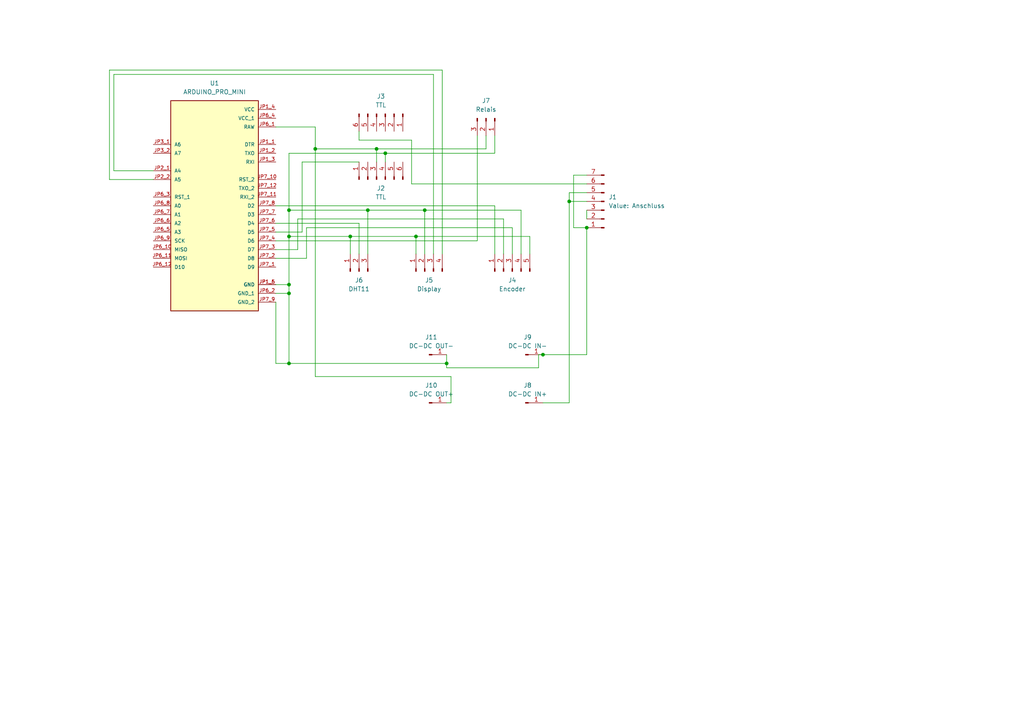
<source format=kicad_sch>
(kicad_sch (version 20231120) (generator "eeschema") (generator_version "8.0")
  (paper "A4")
  (lib_symbols
    (symbol "ARDUINO_PRO_MINI:ARDUINO_PRO_MINI" (pin_names (offset 1.016))
      (property "Reference" "U" (at -12.7 31.75 0))
      (property "Value" "ARDUINO_PRO_MINI" (at -12.7 -33.02 0))
      (symbol "ARDUINO_PRO_MINI_0_0"
        (rectangle (start -12.7 -30.48) (end 12.7 30.48) (stroke (width 0.254)) (fill (type background)))
        (pin input line (at 17.78 17.78 180) (length 5.08) (name "DTR") (number "JP1_1"))
        (pin bidirectional line (at 17.78 15.24 180) (length 5.08) (name "TXO") (number "JP1_2"))
        (pin bidirectional line (at 17.78 12.7 180) (length 5.08) (name "RXI") (number "JP1_3"))
        (pin power_in line (at 17.78 27.94 180) (length 5.08) (name "VCC") (number "JP1_4"))
        (pin power_in line (at 17.78 -22.86 180) (length 5.08) (name "GND") (number "JP1_5"))
        (pin power_in line (at 17.78 -22.86 180) (length 5.08) (name "GND") (number "JP1_6"))
        (pin bidirectional line (at -17.78 10.16 0) (length 5.08) (name "A4") (number "JP2_1"))
        (pin bidirectional line (at -17.78 7.62 0) (length 5.08) (name "A5") (number "JP2_2"))
        (pin input line (at -17.78 17.78 0) (length 5.08) (name "A6") (number "JP3_1"))
        (pin input line (at -17.78 15.24 0) (length 5.08) (name "A7") (number "JP3_2"))
        (pin power_in line (at 17.78 22.86 180) (length 5.08) (name "RAW") (number "JP6_1"))
        (pin bidirectional line (at -17.78 -12.7 0) (length 5.08) (name "MISO") (number "JP6_10"))
        (pin bidirectional line (at -17.78 -15.24 0) (length 5.08) (name "MOSI") (number "JP6_11"))
        (pin bidirectional line (at -17.78 -17.78 0) (length 5.08) (name "D10") (number "JP6_12"))
        (pin power_in line (at 17.78 -25.4 180) (length 5.08) (name "GND_1") (number "JP6_2"))
        (pin input line (at -17.78 2.54 0) (length 5.08) (name "RST_1") (number "JP6_3"))
        (pin power_in line (at 17.78 25.4 180) (length 5.08) (name "VCC_1") (number "JP6_4"))
        (pin bidirectional line (at -17.78 -7.62 0) (length 5.08) (name "A3") (number "JP6_5"))
        (pin bidirectional line (at -17.78 -5.08 0) (length 5.08) (name "A2") (number "JP6_6"))
        (pin bidirectional line (at -17.78 -2.54 0) (length 5.08) (name "A1") (number "JP6_7"))
        (pin bidirectional line (at -17.78 0 0) (length 5.08) (name "A0") (number "JP6_8"))
        (pin bidirectional line (at -17.78 -10.16 0) (length 5.08) (name "SCK") (number "JP6_9"))
        (pin bidirectional line (at 17.78 -17.78 180) (length 5.08) (name "D9") (number "JP7_1"))
        (pin input line (at 17.78 7.62 180) (length 5.08) (name "RST_2") (number "JP7_10"))
        (pin bidirectional line (at 17.78 2.54 180) (length 5.08) (name "RXI_2") (number "JP7_11"))
        (pin bidirectional line (at 17.78 5.08 180) (length 5.08) (name "TXO_2") (number "JP7_12"))
        (pin bidirectional line (at 17.78 -15.24 180) (length 5.08) (name "D8") (number "JP7_2"))
        (pin bidirectional line (at 17.78 -12.7 180) (length 5.08) (name "D7") (number "JP7_3"))
        (pin bidirectional line (at 17.78 -10.16 180) (length 5.08) (name "D6") (number "JP7_4"))
        (pin bidirectional line (at 17.78 -7.62 180) (length 5.08) (name "D5") (number "JP7_5"))
        (pin bidirectional line (at 17.78 -5.08 180) (length 5.08) (name "D4") (number "JP7_6"))
        (pin bidirectional line (at 17.78 -2.54 180) (length 5.08) (name "D3") (number "JP7_7"))
        (pin bidirectional line (at 17.78 0 180) (length 5.08) (name "D2") (number "JP7_8"))
        (pin power_in line (at 17.78 -27.94 180) (length 5.08) (name "GND_2") (number "JP7_9"))
      )
    )
    (symbol "Connector:Conn_01x01_Pin" (pin_names (offset 1.016) hide)
      (property "Reference" "J" (at 0 2.54 0))
      (property "Value" "Conn_01x01_Pin" (at 0 -2.54 0))
      (symbol "Conn_01x01_Pin_1_1"
        (polyline (pts (xy 1.27 0) (xy 0.8636 0)) (stroke (width 0.1524)))
        (rectangle (start 0.8636 0.127) (end 0 -0.127) (stroke (width 0.1524)) (fill (type outline)))
        (pin passive line (at 5.08 0 180) (length 3.81) (name "Pin_1") (number "1"))
      )
    )
    (symbol "Connector:Conn_01x03_Pin" (pin_names (offset 1.016) hide)
      (property "Reference" "J" (at 0 5.08 0))
      (property "Value" "Conn_01x03_Pin" (at 0 -5.08 0))
      (symbol "Conn_01x03_Pin_1_1"
        (polyline (pts (xy 1.27 -2.54) (xy 0.8636 -2.54)) (stroke (width 0.1524)))
        (polyline (pts (xy 1.27 0) (xy 0.8636 0)) (stroke (width 0.1524)))
        (polyline (pts (xy 1.27 2.54) (xy 0.8636 2.54)) (stroke (width 0.1524)))
        (rectangle (start 0.8636 -2.413) (end 0 -2.667) (stroke (width 0.1524)) (fill (type outline)))
        (rectangle (start 0.8636 0.127) (end 0 -0.127) (stroke (width 0.1524)) (fill (type outline)))
        (rectangle (start 0.8636 2.667) (end 0 2.413) (stroke (width 0.1524)) (fill (type outline)))
        (pin passive line (at 5.08 2.54 180) (length 3.81) (name "Pin_1") (number "1"))
        (pin passive line (at 5.08 0 180) (length 3.81) (name "Pin_2") (number "2"))
        (pin passive line (at 5.08 -2.54 180) (length 3.81) (name "Pin_3") (number "3"))
      )
    )
    (symbol "Connector:Conn_01x04_Pin" (pin_names (offset 1.016) hide)
      (property "Reference" "J" (at 0 5.08 0))
      (property "Value" "Conn_01x04_Pin" (at 0 -7.62 0))
      (symbol "Conn_01x04_Pin_1_1"
        (polyline (pts (xy 1.27 -5.08) (xy 0.8636 -5.08)) (stroke (width 0.1524)))
        (polyline (pts (xy 1.27 -2.54) (xy 0.8636 -2.54)) (stroke (width 0.1524)))
        (polyline (pts (xy 1.27 0) (xy 0.8636 0)) (stroke (width 0.1524)))
        (polyline (pts (xy 1.27 2.54) (xy 0.8636 2.54)) (stroke (width 0.1524)))
        (rectangle (start 0.8636 -4.953) (end 0 -5.207) (stroke (width 0.1524)) (fill (type outline)))
        (rectangle (start 0.8636 -2.413) (end 0 -2.667) (stroke (width 0.1524)) (fill (type outline)))
        (rectangle (start 0.8636 0.127) (end 0 -0.127) (stroke (width 0.1524)) (fill (type outline)))
        (rectangle (start 0.8636 2.667) (end 0 2.413) (stroke (width 0.1524)) (fill (type outline)))
        (pin passive line (at 5.08 2.54 180) (length 3.81) (name "Pin_1") (number "1"))
        (pin passive line (at 5.08 0 180) (length 3.81) (name "Pin_2") (number "2"))
        (pin passive line (at 5.08 -2.54 180) (length 3.81) (name "Pin_3") (number "3"))
        (pin passive line (at 5.08 -5.08 180) (length 3.81) (name "Pin_4") (number "4"))
      )
    )
    (symbol "Connector:Conn_01x05_Pin" (pin_names (offset 1.016) hide)
      (property "Reference" "J" (at 0 7.62 0))
      (property "Value" "Conn_01x05_Pin" (at 0 -7.62 0))
      (symbol "Conn_01x05_Pin_1_1"
        (polyline (pts (xy 1.27 -5.08) (xy 0.8636 -5.08)) (stroke (width 0.1524)))
        (polyline (pts (xy 1.27 -2.54) (xy 0.8636 -2.54)) (stroke (width 0.1524)))
        (polyline (pts (xy 1.27 0) (xy 0.8636 0)) (stroke (width 0.1524)))
        (polyline (pts (xy 1.27 2.54) (xy 0.8636 2.54)) (stroke (width 0.1524)))
        (polyline (pts (xy 1.27 5.08) (xy 0.8636 5.08)) (stroke (width 0.1524)))
        (rectangle (start 0.8636 -4.953) (end 0 -5.207) (stroke (width 0.1524)) (fill (type outline)))
        (rectangle (start 0.8636 -2.413) (end 0 -2.667) (stroke (width 0.1524)) (fill (type outline)))
        (rectangle (start 0.8636 0.127) (end 0 -0.127) (stroke (width 0.1524)) (fill (type outline)))
        (rectangle (start 0.8636 2.667) (end 0 2.413) (stroke (width 0.1524)) (fill (type outline)))
        (rectangle (start 0.8636 5.207) (end 0 4.953) (stroke (width 0.1524)) (fill (type outline)))
        (pin passive line (at 5.08 5.08 180) (length 3.81) (name "Pin_1") (number "1"))
        (pin passive line (at 5.08 2.54 180) (length 3.81) (name "Pin_2") (number "2"))
        (pin passive line (at 5.08 0 180) (length 3.81) (name "Pin_3") (number "3"))
        (pin passive line (at 5.08 -2.54 180) (length 3.81) (name "Pin_4") (number "4"))
        (pin passive line (at 5.08 -5.08 180) (length 3.81) (name "Pin_5") (number "5"))
      )
    )
    (symbol "Connector:Conn_01x06_Pin" (pin_names (offset 1.016) hide)
      (property "Reference" "J" (at 0 7.62 0))
      (property "Value" "Conn_01x06_Pin" (at 0 -10.16 0))
      (symbol "Conn_01x06_Pin_1_1"
        (polyline (pts (xy 1.27 -7.62) (xy 0.8636 -7.62)) (stroke (width 0.1524)))
        (polyline (pts (xy 1.27 -5.08) (xy 0.8636 -5.08)) (stroke (width 0.1524)))
        (polyline (pts (xy 1.27 -2.54) (xy 0.8636 -2.54)) (stroke (width 0.1524)))
        (polyline (pts (xy 1.27 0) (xy 0.8636 0)) (stroke (width 0.1524)))
        (polyline (pts (xy 1.27 2.54) (xy 0.8636 2.54)) (stroke (width 0.1524)))
        (polyline (pts (xy 1.27 5.08) (xy 0.8636 5.08)) (stroke (width 0.1524)))
        (rectangle (start 0.8636 -7.493) (end 0 -7.747) (stroke (width 0.1524)) (fill (type outline)))
        (rectangle (start 0.8636 -4.953) (end 0 -5.207) (stroke (width 0.1524)) (fill (type outline)))
        (rectangle (start 0.8636 -2.413) (end 0 -2.667) (stroke (width 0.1524)) (fill (type outline)))
        (rectangle (start 0.8636 0.127) (end 0 -0.127) (stroke (width 0.1524)) (fill (type outline)))
        (rectangle (start 0.8636 2.667) (end 0 2.413) (stroke (width 0.1524)) (fill (type outline)))
        (rectangle (start 0.8636 5.207) (end 0 4.953) (stroke (width 0.1524)) (fill (type outline)))
        (pin passive line (at 5.08 5.08 180) (length 3.81) (name "Pin_1") (number "1"))
        (pin passive line (at 5.08 2.54 180) (length 3.81) (name "Pin_2") (number "2"))
        (pin passive line (at 5.08 0 180) (length 3.81) (name "Pin_3") (number "3"))
        (pin passive line (at 5.08 -2.54 180) (length 3.81) (name "Pin_4") (number "4"))
        (pin passive line (at 5.08 -5.08 180) (length 3.81) (name "Pin_5") (number "5"))
        (pin passive line (at 5.08 -7.62 180) (length 3.81) (name "Pin_6") (number "6"))
      )
    )
    (symbol "Connector:Conn_01x07_Pin" (pin_names (offset 1.016) hide)
      (property "Reference" "J" (at 0 10.16 0))
      (property "Value" "Conn_01x07_Pin" (at 0 -10.16 0))
      (symbol "Conn_01x07_Pin_1_1"
        (polyline (pts (xy 1.27 -7.62) (xy 0.8636 -7.62)) (stroke (width 0.1524)))
        (polyline (pts (xy 1.27 -5.08) (xy 0.8636 -5.08)) (stroke (width 0.1524)))
        (polyline (pts (xy 1.27 -2.54) (xy 0.8636 -2.54)) (stroke (width 0.1524)))
        (polyline (pts (xy 1.27 0) (xy 0.8636 0)) (stroke (width 0.1524)))
        (polyline (pts (xy 1.27 2.54) (xy 0.8636 2.54)) (stroke (width 0.1524)))
        (polyline (pts (xy 1.27 5.08) (xy 0.8636 5.08)) (stroke (width 0.1524)))
        (polyline (pts (xy 1.27 7.62) (xy 0.8636 7.62)) (stroke (width 0.1524)))
        (rectangle (start 0.8636 -7.493) (end 0 -7.747) (stroke (width 0.1524)) (fill (type outline)))
        (rectangle (start 0.8636 -4.953) (end 0 -5.207) (stroke (width 0.1524)) (fill (type outline)))
        (rectangle (start 0.8636 -2.413) (end 0 -2.667) (stroke (width 0.1524)) (fill (type outline)))
        (rectangle (start 0.8636 0.127) (end 0 -0.127) (stroke (width 0.1524)) (fill (type outline)))
        (rectangle (start 0.8636 2.667) (end 0 2.413) (stroke (width 0.1524)) (fill (type outline)))
        (rectangle (start 0.8636 5.207) (end 0 4.953) (stroke (width 0.1524)) (fill (type outline)))
        (rectangle (start 0.8636 7.747) (end 0 7.493) (stroke (width 0.1524)) (fill (type outline)))
        (pin passive line (at 5.08 7.62 180) (length 3.81) (name "Pin_1") (number "1"))
        (pin passive line (at 5.08 5.08 180) (length 3.81) (name "Pin_2") (number "2"))
        (pin passive line (at 5.08 2.54 180) (length 3.81) (name "Pin_3") (number "3"))
        (pin passive line (at 5.08 0 180) (length 3.81) (name "Pin_4") (number "4"))
        (pin passive line (at 5.08 -2.54 180) (length 3.81) (name "Pin_5") (number "5"))
        (pin passive line (at 5.08 -5.08 180) (length 3.81) (name "Pin_6") (number "6"))
        (pin passive line (at 5.08 -7.62 180) (length 3.81) (name "Pin_7") (number "7"))
      )
    )
  )
  (junction (at 109.22 43.18))
  (junction (at 91.44 43.18))
  (junction (at 129.54 105.41))
  (junction (at 83.82 60.96))
  (junction (at 106.68 60.96))
  (junction (at 170.18 66.04))
  (junction (at 83.82 68.58))
  (junction (at 165.1 58.42))
  (junction (at 83.82 85.09))
  (junction (at 120.65 68.58))
  (junction (at 123.19 60.96))
  (junction (at 101.6 68.58))
  (junction (at 157.48 102.87))
  (junction (at 83.82 82.55))
  (junction (at 83.82 105.41))
  (junction (at 111.76 44.45))
  (wire (pts (xy 106.68 60.96) (xy 83.82 60.96)))
  (wire (pts (xy 129.54 102.87) (xy 129.54 105.41)))
  (wire (pts (xy 83.82 105.41) (xy 129.54 105.41)))
  (wire (pts (xy 44.45 52.07) (xy 31.75 52.07)))
  (wire (pts (xy 170.18 50.8) (xy 166.37 50.8)))
  (wire (pts (xy 83.82 68.58) (xy 83.82 82.55)))
  (wire (pts (xy 125.73 73.66) (xy 125.73 21.59)))
  (wire (pts (xy 86.36 72.39) (xy 80.01 72.39)))
  (wire (pts (xy 156.21 102.87) (xy 157.48 102.87)))
  (wire (pts (xy 170.18 53.34) (xy 119.38 53.34)))
  (wire (pts (xy 153.67 73.66) (xy 153.67 68.58)))
  (wire (pts (xy 129.54 116.84) (xy 130.81 116.84)))
  (wire (pts (xy 129.54 106.68) (xy 156.21 106.68)))
  (wire (pts (xy 165.1 55.88) (xy 165.1 58.42)))
  (wire (pts (xy 170.18 66.04) (xy 170.18 102.87)))
  (wire (pts (xy 166.37 66.04) (xy 170.18 66.04)))
  (wire (pts (xy 91.44 43.18) (xy 91.44 109.22)))
  (wire (pts (xy 156.21 106.68) (xy 156.21 102.87)))
  (wire (pts (xy 88.9 66.04) (xy 148.59 66.04)))
  (wire (pts (xy 104.14 46.99) (xy 87.63 46.99)))
  (wire (pts (xy 83.82 85.09) (xy 83.82 105.41)))
  (wire (pts (xy 128.27 20.32) (xy 128.27 73.66)))
  (wire (pts (xy 33.02 21.59) (xy 33.02 49.53)))
  (wire (pts (xy 157.48 116.84) (xy 165.1 116.84)))
  (wire (pts (xy 109.22 43.18) (xy 91.44 43.18)))
  (wire (pts (xy 123.19 60.96) (xy 106.68 60.96)))
  (wire (pts (xy 80.01 64.77) (xy 104.14 64.77)))
  (wire (pts (xy 80.01 69.85) (xy 138.43 69.85)))
  (wire (pts (xy 143.51 39.37) (xy 143.51 44.45)))
  (wire (pts (xy 151.13 60.96) (xy 123.19 60.96)))
  (wire (pts (xy 104.14 40.64) (xy 104.14 38.1)))
  (wire (pts (xy 138.43 69.85) (xy 138.43 39.37)))
  (wire (pts (xy 130.81 109.22) (xy 91.44 109.22)))
  (wire (pts (xy 146.05 63.5) (xy 86.36 63.5)))
  (wire (pts (xy 104.14 64.77) (xy 104.14 73.66)))
  (wire (pts (xy 87.63 67.31) (xy 80.01 67.31)))
  (wire (pts (xy 91.44 36.83) (xy 80.01 36.83)))
  (wire (pts (xy 143.51 59.69) (xy 80.01 59.69)))
  (wire (pts (xy 146.05 73.66) (xy 146.05 63.5)))
  (wire (pts (xy 153.67 68.58) (xy 120.65 68.58)))
  (wire (pts (xy 80.01 105.41) (xy 83.82 105.41)))
  (wire (pts (xy 80.01 87.63) (xy 80.01 105.41)))
  (wire (pts (xy 83.82 44.45) (xy 111.76 44.45)))
  (wire (pts (xy 31.75 52.07) (xy 31.75 20.32)))
  (wire (pts (xy 143.51 44.45) (xy 111.76 44.45)))
  (wire (pts (xy 125.73 21.59) (xy 33.02 21.59)))
  (wire (pts (xy 140.97 39.37) (xy 140.97 43.18)))
  (wire (pts (xy 170.18 55.88) (xy 165.1 55.88)))
  (wire (pts (xy 120.65 73.66) (xy 120.65 68.58)))
  (wire (pts (xy 109.22 46.99) (xy 109.22 43.18)))
  (wire (pts (xy 123.19 73.66) (xy 123.19 60.96)))
  (wire (pts (xy 119.38 40.64) (xy 104.14 40.64)))
  (wire (pts (xy 140.97 43.18) (xy 109.22 43.18)))
  (wire (pts (xy 111.76 44.45) (xy 111.76 46.99)))
  (wire (pts (xy 31.75 20.32) (xy 128.27 20.32)))
  (wire (pts (xy 165.1 116.84) (xy 165.1 58.42)))
  (wire (pts (xy 33.02 49.53) (xy 44.45 49.53)))
  (wire (pts (xy 148.59 66.04) (xy 148.59 73.66)))
  (wire (pts (xy 80.01 85.09) (xy 83.82 85.09)))
  (wire (pts (xy 130.81 116.84) (xy 130.81 109.22)))
  (wire (pts (xy 170.18 102.87) (xy 157.48 102.87)))
  (wire (pts (xy 151.13 73.66) (xy 151.13 60.96)))
  (wire (pts (xy 143.51 73.66) (xy 143.51 59.69)))
  (wire (pts (xy 106.68 73.66) (xy 106.68 60.96)))
  (wire (pts (xy 119.38 53.34) (xy 119.38 40.64)))
  (wire (pts (xy 91.44 36.83) (xy 91.44 43.18)))
  (wire (pts (xy 101.6 68.58) (xy 83.82 68.58)))
  (wire (pts (xy 83.82 82.55) (xy 83.82 85.09)))
  (wire (pts (xy 87.63 46.99) (xy 87.63 67.31)))
  (wire (pts (xy 120.65 68.58) (xy 101.6 68.58)))
  (wire (pts (xy 83.82 44.45) (xy 83.82 60.96)))
  (wire (pts (xy 165.1 58.42) (xy 170.18 58.42)))
  (wire (pts (xy 86.36 63.5) (xy 86.36 72.39)))
  (wire (pts (xy 129.54 105.41) (xy 129.54 106.68)))
  (wire (pts (xy 101.6 73.66) (xy 101.6 68.58)))
  (wire (pts (xy 83.82 60.96) (xy 83.82 68.58)))
  (wire (pts (xy 166.37 50.8) (xy 166.37 66.04)))
  (wire (pts (xy 80.01 74.93) (xy 88.9 74.93)))
  (wire (pts (xy 88.9 74.93) (xy 88.9 66.04)))
  (wire (pts (xy 170.18 60.96) (xy 170.18 63.5)))
  (wire (pts (xy 80.01 82.55) (xy 83.82 82.55)))
  (symbol (lib_id "Connector:Conn_01x05_Pin") (at 148.59 78.74 90) (unit 1)
    (property "Reference" "J4" (at 148.59 81.28 90))
    (property "Value" "Encoder" (at 148.59 83.82 90))
    (property "Footprint" "Connector_PinHeader_2.54mm:PinHeader_1x05_P2.54mm_Vertical" (effects (hide yes)))
    (property "Description" "Generic connector, single row, 01x05, script generated" (effects (hide yes)))
  )
  (symbol (lib_id "Connector:Conn_01x06_Pin") (at 109.22 52.07 90) (unit 1)
    (property "Reference" "J2" (at 110.49 54.61 90))
    (property "Value" "TTL" (at 110.49 57.15 90))
    (property "Footprint" "Connector_PinHeader_2.54mm:PinHeader_1x06_P2.54mm_Vertical" (effects (hide yes)))
    (property "Description" "Generic connector, single row, 01x06, script generated" (effects (hide yes)))
  )
  (symbol (lib_id "ARDUINO_PRO_MINI:ARDUINO_PRO_MINI") (at 62.23 59.69 0) (unit 1)
    (property "Reference" "U1" (at 62.23 24.13 0))
    (property "Value" "ARDUINO_PRO_MINI" (at 62.23 26.67 0))
    (property "Footprint" "ARDUINO_PRO_MINI:MODULE_ARDUINO_PRO_MINI" (effects (hide yes)))
    (property "MF" "Arduino" (effects (hide yes)))
    (property "MAXIMUM_PACKAGE_HEIGHT" "N/A" (effects (hide yes)))
    (property "Package" "None" (effects (hide yes)))
    (property "Price" "None" (effects (hide yes)))
    (property "Check_prices" "https://www.snapeda.com/parts/Arduino%20Pro%20Mini/Arduino/view-part/?ref=eda" (effects (hide yes)))
    (property "STANDARD" "Manufacturer Recommendations" (effects (hide yes)))
    (property "PARTREV" "N/A" (effects (hide yes)))
    (property "SnapEDA_Link" "https://www.snapeda.com/parts/Arduino%20Pro%20Mini/Arduino/view-part/?ref=snap" (effects (hide yes)))
    (property "MP" "Arduino Pro Mini" (effects (hide yes)))
    (property "Description_1" "\n                        \n                            This board was developed for applications and installations where space is premium and projects are made as permanent set ups. Small, available in 3.3 V and 5 V versions, powered by ATmega328P.\n                        \n" (effects (hide yes)))
    (property "Availability" "Not in stock" (effects (hide yes)))
    (property "MANUFACTURER" "SparkFun Electronics" (effects (hide yes)))
  )
  (symbol (lib_id "Connector:Conn_01x03_Pin") (at 140.97 34.29 270) (unit 1)
    (property "Reference" "J7" (at 140.97 29.21 90))
    (property "Value" "Relais" (at 140.97 31.75 90))
    (property "Footprint" "Connector_PinHeader_2.54mm:PinHeader_1x03_P2.54mm_Vertical" (effects (hide yes)))
    (property "Description" "Generic connector, single row, 01x03, script generated" (effects (hide yes)))
  )
  (symbol (lib_id "Connector:Conn_01x01_Pin") (at 152.4 102.87 0) (unit 1)
    (property "Reference" "J9" (at 153.035 97.79 0))
    (property "Value" "DC-DC IN-" (at 153.035 100.33 0))
    (property "Footprint" "Connector_PinHeader_2.54mm:PinHeader_1x01_P2.54mm_Vertical" (effects (hide yes)))
    (property "Description" "Generic connector, single row, 01x01, script generated" (effects (hide yes)))
  )
  (symbol (lib_id "Connector:Conn_01x03_Pin") (at 104.14 78.74 90) (unit 1)
    (property "Reference" "J6" (at 104.14 81.28 90))
    (property "Value" "DHT11" (at 104.14 83.82 90))
    (property "Footprint" "Connector_PinHeader_2.54mm:PinHeader_1x03_P2.54mm_Vertical" (effects (hide yes)))
    (property "Description" "Generic connector, single row, 01x03, script generated" (effects (hide yes)))
  )
  (symbol (lib_id "Connector:Conn_01x01_Pin") (at 152.4 116.84 0) (unit 1)
    (property "Reference" "J8" (at 153.035 111.76 0))
    (property "Value" "DC-DC IN+" (at 153.035 114.3 0))
    (property "Footprint" "Connector_PinHeader_2.54mm:PinHeader_1x01_P2.54mm_Vertical" (effects (hide yes)))
    (property "Description" "Generic connector, single row, 01x01, script generated" (effects (hide yes)))
  )
  (symbol (lib_id "Connector:Conn_01x04_Pin") (at 123.19 78.74 90) (unit 1)
    (property "Reference" "J5" (at 124.46 81.28 90))
    (property "Value" "Display" (at 124.46 83.82 90))
    (property "Footprint" "Connector_PinHeader_2.54mm:PinHeader_1x04_P2.54mm_Vertical" (effects (hide yes)))
    (property "Description" "Generic connector, single row, 01x04, script generated" (effects (hide yes)))
  )
  (symbol (lib_id "Connector:Conn_01x01_Pin") (at 124.46 102.87 0) (unit 1)
    (property "Reference" "J11" (at 125.095 97.79 0))
    (property "Value" "DC-DC OUT-" (at 125.095 100.33 0))
    (property "Footprint" "Connector_PinHeader_2.54mm:PinHeader_1x01_P2.54mm_Vertical" (effects (hide yes)))
    (property "Description" "Generic connector, single row, 01x01, script generated" (effects (hide yes)))
  )
  (symbol (lib_id "Connector:Conn_01x07_Pin") (at 175.26 58.42 180) (unit 1)
    (property "Reference" "J1" (at 176.53 57.1499 0) (effects (justify right)))
    (property "Value" "Anschluss" (at 176.53 59.6899 0) (show_name yes) (effects (justify right)))
    (property "Footprint" "Connector_PinHeader_2.54mm:PinHeader_1x07_P2.54mm_Vertical" (effects (hide yes)))
    (property "Description" "Generic connector, single row, 01x07, script generated" (effects (hide yes)))
  )
  (symbol (lib_id "Connector:Conn_01x01_Pin") (at 124.46 116.84 0) (unit 1)
    (property "Reference" "J10" (at 125.095 111.76 0))
    (property "Value" "DC-DC OUT+" (at 125.095 114.3 0))
    (property "Footprint" "Connector_PinHeader_2.54mm:PinHeader_1x01_P2.54mm_Vertical" (effects (hide yes)))
    (property "Description" "Generic connector, single row, 01x01, script generated" (effects (hide yes)))
  )
  (symbol (lib_id "Connector:Conn_01x06_Pin") (at 111.76 33.02 270) (unit 1)
    (property "Reference" "J3" (at 110.49 27.94 90))
    (property "Value" "TTL" (at 110.49 30.48 90))
    (property "Footprint" "Connector_PinHeader_2.54mm:PinHeader_1x06_P2.54mm_Vertical" (effects (hide yes)))
    (property "Description" "Generic connector, single row, 01x06, script generated" (effects (hide yes)))
  )
)
</source>
